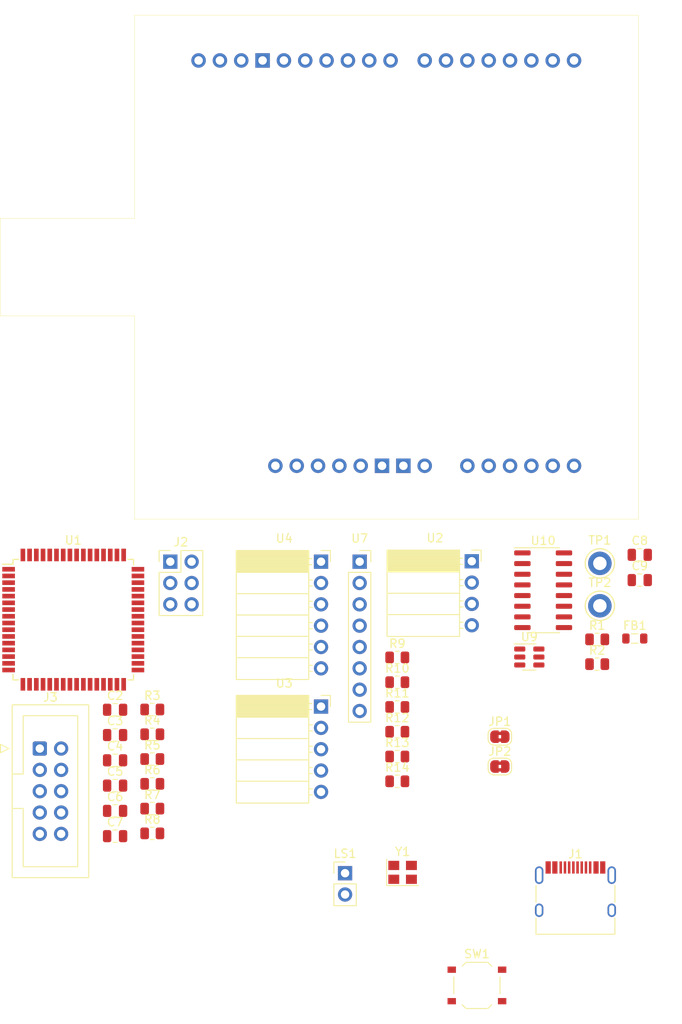
<source format=kicad_pcb>
(kicad_pcb (version 20221018) (generator pcbnew)
  (layers (0 "F.Cu" signal) (31 "B.Cu" signal) (34 "B.Paste" user) (35 "F.Paste" user) (36 "B.SilkS" user "B.Silkscreen") (37 "F.SilkS" user "F.Silkscreen") (38 "B.Mask" user) (39 "F.Mask" user) (44 "Edge.Cuts" user))
  (net 0 "")
  (net 1 "GND")
  (net 2 "Net-(U1-XTAL1)")
  (net 3 "Net-(U1-XTAL2)")
  (net 4 "Net-(U1-AREF)")
  (net 5 "/MCU/RST")
  (net 6 "+5V")
  (net 7 "Net-(U10-V3)")
  (net 8 "Net-(J1-SHIELD)")
  (net 9 "Net-(J2-MISO)")
  (net 10 "Net-(J2-SCK)")
  (net 11 "Net-(J2-MOSI)")
  (net 12 "/MCU/TCK")
  (net 13 "/MCU/TDO")
  (net 14 "/MCU/TMS")
  (net 17 "/MCU/TDI")
  (net 18 "Net-(J1-CC2)")
  (net 19 "Net-(J1-CC1)")
  (net 20 "/MCU/SCK")
  (net 21 "/MCU/UART0_RXD")
  (net 22 "/MCU/UART0_TXD")
  (net 23 "/Kit modules/K1-NC")
  (net 24 "/Kit modules/K1-NO")
  (net 25 "/Kit modules/K2-NC")
  (net 26 "/Kit modules/K2-NO")
  (net 27 "/Kit modules/SW")
  (net 28 "/Kit modules/Speaker_IN")
  (net 29 "Net-(C10-Pad1)")
  (net 30 "/Kit modules/Thermistor_DO")
  (net 33 "/Kit modules/RTC_SQW")
  (net 38 "/MCU/MOSI")
  (net 39 "/MCU/MISO")
  (net 46 "/Kit modules/I2C_SCL")
  (net 47 "/Kit modules/I2C_SDA")
  (net 48 "/MCU/RXD1")
  (net 49 "/MCU/TXD1")
  (net 74 "/Kit modules/LCD_AO")
  (net 75 "/Kit modules/Thermistor_AO")
  (net 76 "/Kit modules/A")
  (net 77 "/Kit modules/B")
  (net 90 "/ATmega328P module/MOSI")
  (net 91 "/ATmega328P module/MISO")
  (net 92 "/ATmega328P module/SCK")
  (net 115 "Net-(U10-UD+)")
  (net 116 "Net-(U10-UD-)")
  (net 117 "Net-(JP1-A)")
  (net 118 "Net-(JP2-A)")
  (net 128 "Net-(C10-Pad2)")
  (net 129 "Net-(F1-Pad1)")
  (net 132 "Net-(R3-Pad1)")
  (footprint "Capacitor_SMD:C_0805_2012Metric" (layer "F.Cu") (at -68.0225 95.31)
    (fp_text reference "C3" (at 0 -1.68) (layer "F.SilkS"))
    (fp_text value "22n")
    (pad "1" smd roundrect (at -0.95 0) (size 1 1.45) (layers "F.Cu" "F.Paste" "F.Mask") (net 1 "GND"))
    (pad "2" smd roundrect (at 0.95 0) (size 1 1.45) (layers "F.Cu" "F.Paste" "F.Mask") (net 3 "Net-(U1-XTAL2)"))
  )
  (footprint "Resistor_SMD:R_0805_2012Metric" (layer "F.Cu") (at -10.6225 86.87)
    (fp_text reference "R2" (at 0 -1.65) (layer "F.SilkS"))
    (fp_text value "5.1k")
    (pad "1" smd roundrect (at -0.9125 0) (size 1.025 1.4) (layers "F.Cu" "F.Paste" "F.Mask") (roundrect_rratio 0.243902) (net 19 "Net-(J1-CC1)"))
    (pad "2" smd roundrect (at 0.9125 0) (size 1.025 1.4) (layers "F.Cu" "F.Paste" "F.Mask") (roundrect_rratio 0.243902) (net 1 "GND"))
  )
  (footprint "Resistor_SMD:R_0805_2012Metric" (layer "F.Cu") (at -34.4225 89.02)
    (fp_text reference "R10" (at 0 -1.65) (layer "F.SilkS"))
    (fp_text value "10k")
    (pad "1" smd roundrect (at -0.9125 0) (size 1.025 1.4) (layers "F.Cu" "F.Paste" "F.Mask") (roundrect_rratio 0.243902) (net 6 "+5V"))
    (pad "2" smd roundrect (at 0.9125 0) (size 1.025 1.4) (layers "F.Cu" "F.Paste" "F.Mask") (roundrect_rratio 0.243902) (net 24 "/Kit modules/K1-NO"))
  )
  (footprint "Resistor_SMD:R_0805_2012Metric" (layer "F.Cu") (at -63.5925 104.07)
    (fp_text reference "R7" (at 0 -1.65) (layer "F.SilkS"))
    (fp_text value "330R")
    (pad "1" smd roundrect (at -0.9125 0) (size 1.025 1.4) (layers "F.Cu" "F.Paste" "F.Mask") (roundrect_rratio 0.243902) (net 22 "/MCU/UART0_TXD"))
    (pad "2" smd roundrect (at 0.9125 0) (size 1.025 1.4) (layers "F.Cu" "F.Paste" "F.Mask") (roundrect_rratio 0.243902) (net 9 "Net-(J2-MISO)"))
  )
  (footprint "Resistor_SMD:R_0805_2012Metric" (layer "F.Cu") (at -10.6225 83.92)
    (fp_text reference "R1" (at 0 -1.65) (layer "F.SilkS"))
    (fp_text value "5.1k")
    (pad "1" smd roundrect (at -0.9125 0) (size 1.025 1.4) (layers "F.Cu" "F.Paste" "F.Mask") (roundrect_rratio 0.243902) (net 18 "Net-(J1-CC2)"))
    (pad "2" smd roundrect (at 0.9125 0) (size 1.025 1.4) (layers "F.Cu" "F.Paste" "F.Mask") (roundrect_rratio 0.243902) (net 1 "GND"))
  )
  (footprint "Connector_USB:USB_C_Receptacle_HRO_TYPE-C-31-M-12" (layer "F.Cu") (at -13.21 115.125)
    (fp_text reference "J1" (at 0 -5.645) (layer "F.SilkS"))
    (fp_text value "USB_C_Receptacle_USB2.0")
    (pad "" np_thru_hole circle (at -2.89 -2.6) (size 0.65 0.65) (drill 0.65) (layers "*.Cu" "*.Mask"))
    (pad "" np_thru_hole circle (at 2.89 -2.6) (size 0.65 0.65) (drill 0.65) (layers "*.Cu" "*.Mask"))
    (pad "A1" smd rect (at -3.25 -4.045) (size 0.6 1.45) (layers "F.Cu" "F.Paste" "F.Mask") (net 1 "GND"))
    (pad "A4" smd rect (at -2.45 -4.045) (size 0.6 1.45) (layers "F.Cu" "F.Paste" "F.Mask") (net 129 "Net-(F1-Pad1)"))
    (pad "A5" smd rect (at -1.25 -4.045) (size 0.3 1.45) (layers "F.Cu" "F.Paste" "F.Mask") (net 19 "Net-(J1-CC1)"))
    (pad "A6" smd rect (at -0.25 -4.045) (size 0.3 1.45) (layers "F.Cu" "F.Paste" "F.Mask") (net 115 "Net-(U10-UD+)"))
    (pad "A7" smd rect (at 0.25 -4.045) (size 0.3 1.45) (layers "F.Cu" "F.Paste" "F.Mask") (net 116 "Net-(U10-UD-)"))
    (pad "A8" smd rect (at 1.25 -4.045) (size 0.3 1.45) (layers "F.Cu" "F.Paste" "F.Mask"))
    (pad "A9" smd rect (at 2.45 -4.045) (size 0.6 1.45) (layers "F.Cu" "F.Paste" "F.Mask") (net 129 "Net-(F1-Pad1)"))
    (pad "A12" smd rect (at 3.25 -4.045) (size 0.6 1.45) (layers "F.Cu" "F.Paste" "F.Mask") (net 1 "GND"))
    (pad "B1" smd rect (at 3.25 -4.045) (size 0.6 1.45) (layers "F.Cu" "F.Paste" "F.Mask") (net 1 "GND"))
    (pad "B4" smd rect (at 2.45 -4.045) (size 0.6 1.45) (layers "F.Cu" "F.Paste" "F.Mask") (net 129 "Net-(F1-Pad1)"))
    (pad "B5" smd rect (at 1.75 -4.045) (size 0.3 1.45) (layers "F.Cu" "F.Paste" "F.Mask") (net 18 "Net-(J1-CC2)"))
    (pad "B6" smd rect (at 0.75 -4.045) (size 0.3 1.45) (layers "F.Cu" "F.Paste" "F.Mask") (net 115 "Net-(U10-UD+)"))
    (pad "B7" smd rect (at -0.75 -4.045) (size 0.3 1.45) (layers "F.Cu" "F.Paste" "F.Mask") (net 116 "Net-(U10-UD-)"))
    (pad "B8" smd rect (at -1.75 -4.045) (size 0.3 1.45) (layers "F.Cu" "F.Paste" "F.Mask"))
    (pad "B9" smd rect (at -2.45 -4.045) (size 0.6 1.45) (layers "F.Cu" "F.Paste" "F.Mask") (net 129 "Net-(F1-Pad1)"))
    (pad "B12" smd rect (at -3.25 -4.045) (size 0.6 1.45) (layers "F.Cu" "F.Paste" "F.Mask") (net 1 "GND"))
    (pad "S1" thru_hole oval (at -4.32 -3.13) (size 1 2.1) (drill oval 0.6 1.7) (layers "*.Cu" "*.Mask") (net 8 "Net-(J1-SHIELD)"))
    (pad "S1" thru_hole oval (at -4.32 1.05) (size 1 1.6) (drill oval 0.6 1.2) (layers "*.Cu" "*.Mask") (net 8 "Net-(J1-SHIELD)"))
    (pad "S1" thru_hole oval (at 4.32 -3.13) (size 1 2.1) (drill oval 0.6 1.7) (layers "*.Cu" "*.Mask") (net 8 "Net-(J1-SHIELD)"))
    (pad "S1" thru_hole oval (at 4.32 1.05) (size 1 1.6) (drill oval 0.6 1.2) (layers "*.Cu" "*.Mask") (net 8 "Net-(J1-SHIELD)"))
  )
  (footprint "Package_TO_SOT_SMD:SOT-23-6" (layer "F.Cu") (at -18.7025 86.02)
    (fp_text reference "U9" (at 0 -2.4) (layer "F.SilkS"))
    (fp_text value "USBLC6-2SC6")
    (pad "1" smd roundrect (at -1.1375 -0.95) (size 1.325 0.6) (layers "F.Cu" "F.Paste" "F.Mask") (net 115 "Net-(U10-UD+)"))
    (pad "2" smd roundrect (at -1.1375 0) (size 1.325 0.6) (layers "F.Cu" "F.Paste" "F.Mask") (net 1 "GND"))
    (pad "3" smd roundrect (at -1.1375 0.95) (size 1.325 0.6) (layers "F.Cu" "F.Paste" "F.Mask") (net 116 "Net-(U10-UD-)"))
    (pad "4" smd roundrect (at 1.1375 0.95) (size 1.325 0.6) (layers "F.Cu" "F.Paste" "F.Mask") (net 116 "Net-(U10-UD-)"))
    (pad "5" smd roundrect (at 1.1375 0) (size 1.325 0.6) (layers "F.Cu" "F.Paste" "F.Mask") (net 6 "+5V"))
    (pad "6" smd roundrect (at 1.1375 -0.95) (size 1.325 0.6) (layers "F.Cu" "F.Paste" "F.Mask") (net 115 "Net-(U10-UD+)"))
  )
  (footprint "Package_QFP:TQFP-64_14x14mm_P0.8mm" (layer "F.Cu") (at -73.0025 81.57)
    (fp_text reference "U1" (at 0 -9.45) (layer "F.SilkS"))
    (fp_text value "ATmega2561-16A")
    (pad "1" smd rect (at -7.7 -6) (size 1.5 0.55) (layers "F.Cu" "F.Paste" "F.Mask") (net 30 "/Kit modules/Thermistor_DO"))
    (pad "2" smd rect (at -7.7 -5.2) (size 1.5 0.55) (layers "F.Cu" "F.Paste" "F.Mask") (net 21 "/MCU/UART0_RXD"))
    (pad "3" smd rect (at -7.7 -4.4) (size 1.5 0.55) (layers "F.Cu" "F.Paste" "F.Mask") (net 22 "/MCU/UART0_TXD"))
    (pad "4" smd rect (at -7.7 -3.6) (size 1.5 0.55) (layers "F.Cu" "F.Paste" "F.Mask"))
    (pad "5" smd rect (at -7.7 -2.8) (size 1.5 0.55) (layers "F.Cu" "F.Paste" "F.Mask"))
    (pad "6" smd rect (at -7.7 -2) (size 1.5 0.55) (layers "F.Cu" "F.Paste" "F.Mask") (net 33 "/Kit modules/RTC_SQW"))
    (pad "7" smd rect (at -7.7 -1.2) (size 1.5 0.55) (layers "F.Cu" "F.Paste" "F.Mask"))
    (pad "8" smd rect (at -7.7 -0.4) (size 1.5 0.55) (layers "F.Cu" "F.Paste" "F.Mask"))
    (pad "9" smd rect (at -7.7 0.4) (size 1.5 0.55) (layers "F.Cu" "F.Paste" "F.Mask"))
    (pad "10" smd rect (at -7.7 1.2) (size 1.5 0.55) (layers "F.Cu" "F.Paste" "F.Mask"))
    (pad "11" smd rect (at -7.7 2) (size 1.5 0.55) (layers "F.Cu" "F.Paste" "F.Mask") (net 20 "/MCU/SCK"))
    (pad "12" smd rect (at -7.7 2.8) (size 1.5 0.55) (layers "F.Cu" "F.Paste" "F.Mask") (net 38 "/MCU/MOSI"))
    (pad "13" smd rect (at -7.7 3.6) (size 1.5 0.55) (layers "F.Cu" "F.Paste" "F.Mask") (net 39 "/MCU/MISO"))
    (pad "14" smd rect (at -7.7 4.4) (size 1.5 0.55) (layers "F.Cu" "F.Paste" "F.Mask"))
    (pad "15" smd rect (at -7.7 5.2) (size 1.5 0.55) (layers "F.Cu" "F.Paste" "F.Mask"))
    (pad "16" smd rect (at -7.7 6) (size 1.5 0.55) (layers "F.Cu" "F.Paste" "F.Mask"))
    (pad "17" smd rect (at -6 7.7 90) (size 1.5 0.55) (layers "F.Cu" "F.Paste" "F.Mask"))
    (pad "18" smd rect (at -5.2 7.7 90) (size 1.5 0.55) (layers "F.Cu" "F.Paste" "F.Mask"))
    (pad "19" smd rect (at -4.4 7.7 90) (size 1.5 0.55) (layers "F.Cu" "F.Paste" "F.Mask"))
    (pad "20" smd rect (at -3.6 7.7 90) (size 1.5 0.55) (layers "F.Cu" "F.Paste" "F.Mask") (net 5 "/MCU/RST"))
    (pad "21" smd rect (at -2.8 7.7 90) (size 1.5 0.55) (layers "F.Cu" "F.Paste" "F.Mask") (net 6 "+5V"))
    (pad "22" smd rect (at -2 7.7 90) (size 1.5 0.55) (layers "F.Cu" "F.Paste" "F.Mask") (net 1 "GND"))
    (pad "23" smd rect (at -1.2 7.7 90) (size 1.5 0.55) (layers "F.Cu" "F.Paste" "F.Mask") (net 3 "Net-(U1-XTAL2)"))
    (pad "24" smd rect (at -0.4 7.7 90) (size 1.5 0.55) (layers "F.Cu" "F.Paste" "F.Mask") (net 2 "Net-(U1-XTAL1)"))
    (pad "25" smd rect (at 0.4 7.7 90) (size 1.5 0.55) (layers "F.Cu" "F.Paste" "F.Mask") (net 46 "/Kit modules/I2C_SCL"))
    (pad "26" smd rect (at 1.2 7.7 90) (size 1.5 0.55) (layers "F.Cu" "F.Paste" "F.Mask") (net 47 "/Kit modules/I2C_SDA"))
    (pad "27" smd rect (at 2 7.7 90) (size 1.5 0.55) (layers "F.Cu" "F.Paste" "F.Mask") (net 48 "/MCU/RXD1"))
    (pad "28" smd rect (at 2.8 7.7 90) (size 1.5 0.55) (layers "F.Cu" "F.Paste" "F.Mask") (net 49 "/MCU/TXD1"))
    (pad "29" smd rect (at 3.6 7.7 90) (size 1.5 0.55) (layers "F.Cu" "F.Paste" "F.Mask"))
    (pad "30" smd rect (at 4.4 7.7 90) (size 1.5 0.55) (layers "F.Cu" "F.Paste" "F.Mask"))
    (pad "31" smd rect (at 5.2 7.7 90) (size 1.5 0.55) (layers "F.Cu" "F.Paste" "F.Mask"))
    (pad "32" smd rect (at 6 7.7 90) (size 1.5 0.55) (layers "F.Cu" "F.Paste" "F.Mask"))
    (pad "33" smd rect (at 7.7 6) (size 1.5 0.55) (layers "F.Cu" "F.Paste" "F.Mask"))
    (pad "34" smd rect (at 7.7 5.2) (size 1.5 0.55) (layers "F.Cu" "F.Paste" "F.Mask"))
    (pad "35" smd rect (at 7.7 4.4) (size 1.5 0.55) (layers "F.Cu" "F.Paste" "F.Mask"))
    (pad "36" smd rect (at 7.7 3.6) (size 1.5 0.55) (layers "F.Cu" "F.Paste" "F.Mask"))
    (pad "37" smd rect (at 7.7 2.8) (size 1.5 0.55) (layers "F.Cu" "F.Paste" "F.Mask"))
    (pad "38" smd rect (at 7.7 2) (size 1.5 0.55) (layers "F.Cu" "F.Paste" "F.Mask"))
    (pad "39" smd rect (at 7.7 1.2) (size 1.5 0.55) (layers "F.Cu" "F.Paste" "F.Mask"))
    (pad "40" smd rect (at 7.7 0.4) (size 1.5 0.55) (layers "F.Cu" "F.Paste" "F.Mask"))
    (pad "41" smd rect (at 7.7 -0.4) (size 1.5 0.55) (layers "F.Cu" "F.Paste" "F.Mask"))
    (pad "42" smd rect (at 7.7 -1.2) (size 1.5 0.55) (layers "F.Cu" "F.Paste" "F.Mask"))
    (pad "43" smd rect (at 7.7 -2) (size 1.5 0.55) (layers "F.Cu" "F.Paste" "F.Mask") (net 28 "/Kit modules/Speaker_IN"))
    (pad "44" smd rect (at 7.7 -2.8) (size 1.5 0.55) (layers "F.Cu" "F.Paste" "F.Mask"))
    (pad "45" smd rect (at 7.7 -3.6) (size 1.5 0.55) (layers "F.Cu" "F.Paste" "F.Mask"))
    (pad "46" smd rect (at 7.7 -4.4) (size 1.5 0.55) (layers "F.Cu" "F.Paste" "F.Mask"))
    (pad "47" smd rect (at 7.7 -5.2) (size 1.5 0.55) (layers "F.Cu" "F.Paste" "F.Mask"))
    (pad "48" smd rect (at 7.7 -6) (size 1.5 0.55) (layers "F.Cu" "F.Paste" "F.Mask"))
    (pad "49" smd rect (at 6 -7.7 90) (size 1.5 0.55) (layers "F.Cu" "F.Paste" "F.Mask"))
    (pad "50" smd rect (at 5.2 -7.7 90) (size 1.5 0.55) (layers "F.Cu" "F.Paste" "F.Mask"))
    (pad "51" smd rect (at 4.4 -7.7 90) (size 1.5 0.55) (layers "F.Cu" "F.Paste" "F.Mask"))
    (pad "52" smd rect (at 3.6 -7.7 90) (size 1.5 0.55) (layers "F.Cu" "F.Paste" "F.Mask") (net 6 "+5V"))
    (pad "53" smd rect (at 2.8 -7.7 90) (size 1.5 0.55) (layers "F.Cu" "F.Paste" "F.Mask") (net 1 "GND"))
    (pad "54" smd rect (at 2 -7.7 90) (size 1.5 0.55) (layers "F.Cu" "F.Paste" "F.Mask") (net 17 "/MCU/TDI"))
    (pad "55" smd rect (at 1.2 -7.7 90) (size 1.5 0.55) (layers "F.Cu" "F.Paste" "F.Mask") (net 13 "/MCU/TDO"))
    (pad "56" smd rect (at 0.4 -7.7 90) (size 1.5 0.55) (layers "F.Cu" "F.Paste" "F.Mask") (net 14 "/MCU/TMS"))
    (pad "57" smd rect (at -0.4 -7.7 90) (size 1.5 0.55) (layers "F.Cu" "F.Paste" "F.Mask") (net 12 "/MCU/TCK"))
    (pad "58" smd rect (at -1.2 -7.7 90) (size 1.5 0.55) (layers "F.Cu" "F.Paste" "F.Mask"))
    (pad "59" smd rect (at -2 -7.7 90) (size 1.5 0.55) (layers "F.Cu" "F.Paste" "F.Mask"))
    (pad "60" smd rect (at -2.8 -7.7 90) (size 1.5 0.55) (layers "F.Cu" "F.Paste" "F.Mask") (net 74 "/Kit modules/LCD_AO"))
    (pad "61" smd rect (at -3.6 -7.7 90) (size 1.5 0.55) (layers "F.Cu" "F.Paste" "F.Mask") (net 75 "/Kit modules/Thermistor_AO"))
    (pad "62" smd rect (at -4.4 -7.7 90) (size 1.5 0.55) (layers "F.Cu" "F.Paste" "F.Mask") (net 4 "Net-(U1-AREF)"))
    (pad "63" smd rect (at -5.2 -7.7 90) (size 1.5 0.55) (layers "F.Cu" "F.Paste" "F.Mask") (net 1 "GND"))
    (pad "64" smd rect (at -6 -7.7 90) (size 1.5 0.55) (layers "F.Cu" "F.Paste" "F.Mask") (net 6 "+5V"))
  )
  (footprint "Capacitor_SMD:C_0805_2012Metric" (layer "F.Cu") (at -5.5525 76.86)
    (fp_text reference "C9" (at 0 -1.68) (layer "F.SilkS"))
    (fp_text value "100n")
    (pad "1" smd roundrect (at -0.95 0) (size 1 1.45) (layers "F.Cu" "F.Paste" "F.Mask") (net 6 "+5V"))
    (pad "2" smd roundrect (at 0.95 0) (size 1 1.45) (layers "F.Cu" "F.Paste" "F.Mask") (net 1 "GND"))
  )
  (footprint "Connector_PinHeader_2.54mm:PinHeader_2x03_P2.54mm_Vertical" (layer "F.Cu") (at -61.4525 74.67)
    (fp_text reference "J2" (at 1.27 -2.33) (layer "F.SilkS"))
    (fp_text value "AVR-ISP")
    (pad "1" thru_hole rect (at 0 0) (size 1.7 1.7) (drill 1) (layers "*.Cu" "*.Mask") (net 9 "Net-(J2-MISO)"))
    (pad "2" thru_hole oval (at 2.54 0) (size 1.7 1.7) (drill 1) (layers "*.Cu" "*.Mask") (net 6 "+5V"))
    (pad "3" thru_hole oval (at 0 2.54) (size 1.7 1.7) (drill 1) (layers "*.Cu" "*.Mask") (net 10 "Net-(J2-SCK)"))
    (pad "4" thru_hole oval (at 2.54 2.54) (size 1.7 1.7) (drill 1) (layers "*.Cu" "*.Mask") (net 11 "Net-(J2-MOSI)"))
    (pad "5" thru_hole oval (at 0 5.08) (size 1.7 1.7) (drill 1) (layers "*.Cu" "*.Mask") (net 5 "/MCU/RST"))
    (pad "6" thru_hole oval (at 2.54 5.08) (size 1.7 1.7) (drill 1) (layers "*.Cu" "*.Mask") (net 1 "GND"))
  )
  (footprint "Resistor_SMD:R_0805_2012Metric" (layer "F.Cu") (at -34.4225 100.82)
    (fp_text reference "R14" (at 0 -1.65) (layer "F.SilkS"))
    (fp_text value "200R")
    (pad "1" smd roundrect (at -0.9125 0) (size 1.025 1.4) (layers "F.Cu" "F.Paste" "F.Mask") (roundrect_rratio 0.243902) (net 28 "/Kit modules/Speaker_IN"))
    (pad "2" smd roundrect (at 0.9125 0) (size 1.025 1.4) (layers "F.Cu" "F.Paste" "F.Mask") (roundrect_rratio 0.243902) (net 29 "Net-(C10-Pad1)"))
  )
  (footprint "Resistor_SMD:R_0805_2012Metric" (layer "F.Cu") (at -63.5925 98.17)
    (fp_text reference "R5" (at 0 -1.65) (layer "F.SilkS"))
    (fp_text value "330R")
    (pad "1" smd roundrect (at -0.9125 0) (size 1.025 1.4) (layers "F.Cu" "F.Paste" "F.Mask") (roundrect_rratio 0.243902) (net 20 "/MCU/SCK"))
    (pad "2" smd roundrect (at 0.9125 0) (size 1.025 1.4) (layers "F.Cu" "F.Paste" "F.Mask") (roundrect_rratio 0.243902) (net 10 "Net-(J2-SCK)"))
  )
  (footprint "TestPoint:TestPoint_Keystone_5005-5009_Compact" (layer "F.Cu") (at -10.3025 79.92)
    (fp_text reference "TP2" (at 0 -2.75) (layer "F.SilkS"))
    (fp_text value "TestPoint")
    (pad "1" thru_hole circle (at 0 0) (size 2.8 2.8) (drill 1.6) (layers "*.Cu" "*.Mask") (net 1 "GND"))
  )
  (footprint "Resistor_SMD:R_0805_2012Metric" (layer "F.Cu") (at -63.5925 107.02)
    (fp_text reference "R8" (at 0 -1.65) (layer "F.SilkS"))
    (fp_text value "1M")
    (pad "1" smd roundrect (at -0.9125 0) (size 1.025 1.4) (layers "F.Cu" "F.Paste" "F.Mask") (roundrect_rratio 0.243902) (net 2 "Net-(U1-XTAL1)"))
    (pad "2" smd roundrect (at 0.9125 0) (size 1.025 1.4) (layers "F.Cu" "F.Paste" "F.Mask") (roundrect_rratio 0.243902) (net 3 "Net-(U1-XTAL2)"))
  )
  (footprint "Connector_PinSocket_2.54mm:PinSocket_1x06_P2.54mm_Horizontal" (layer "F.Cu") (at -43.5025 74.67)
    (fp_text reference "U4" (at -4.38 -2.77) (layer "F.SilkS"))
    (fp_text value "RTC_EEPROM_module")
    (pad "1" thru_hole rect (at 0 0) (size 1.7 1.7) (drill 1) (layers "*.Cu" "*.Mask") (net 33 "/Kit modules/RTC_SQW"))
    (pad "2" thru_hole oval (at 0 2.54) (size 1.7 1.7) (drill 1) (layers "*.Cu" "*.Mask"))
    (pad "3" thru_hole oval (at 0 5.08) (size 1.7 1.7) (drill 1) (layers "*.Cu" "*.Mask") (net 46 "/Kit modules/I2C_SCL"))
    (pad "4" thru_hole oval (at 0 7.62) (size 1.7 1.7) (drill 1) (layers "*.Cu" "*.Mask") (net 47 "/Kit modules/I2C_SDA"))
    (pad "5" thru_hole oval (at 0 10.16) (size 1.7 1.7) (drill 1) (layers "*.Cu" "*.Mask") (net 6 "+5V"))
    (pad "6" thru_hole oval (at 0 12.7) (size 1.7 1.7) (drill 1) (layers "*.Cu" "*.Mask") (net 1 "GND"))
  )
  (footprint "Resistor_SMD:R_0805_2012Metric" (layer "F.Cu") (at -34.4225 94.92)
    (fp_text reference "R12" (at 0 -1.65) (layer "F.SilkS"))
    (fp_text value "10k")
    (pad "1" smd roundrect (at -0.9125 0) (size 1.025 1.4) (layers "F.Cu" "F.Paste" "F.Mask") (roundrect_rratio 0.243902) (net 6 "+5V"))
    (pad "2" smd roundrect (at 0.9125 0) (size 1.025 1.4) (layers "F.Cu" "F.Paste" "F.Mask") (roundrect_rratio 0.243902) (net 26 "/Kit modules/K2-NO"))
  )
  (footprint "Connector_PinSocket_2.54mm:PinSocket_1x08_P2.54mm_Vertical" (layer "F.Cu") (at -38.9025 74.67)
    (fp_text reference "U7" (at 0 -2.77) (layer "F.SilkS"))
    (fp_text value "Matrix_keyboard")
    (pad "1" thru_hole rect (at 0 0) (size 1.7 1.7) (drill 1) (layers "*.Cu" "*.Mask"))
    (pad "2" thru_hole oval (at 0 2.54) (size 1.7 1.7) (drill 1) (layers "*.Cu" "*.Mask"))
    (pad "3" thru_hole oval (at 0 5.08) (size 1.7 1.7) (drill 1) (layers "*.Cu" "*.Mask"))
    (pad "4" thru_hole oval (at 0 7.62) (size 1.7 1.7) (drill 1) (layers "*.Cu" "*.Mask"))
    (pad "5" thru_hole oval (at 0 10.16) (size 1.7 1.7) (drill 1) (layers "*.Cu" "*.Mask"))
    (pad "6" thru_hole oval (at 0 12.7) (size 1.7 1.7) (drill 1) (layers "*.Cu" "*.Mask"))
    (pad "7" thru_hole oval (at 0 15.24) (size 1.7 1.7) (drill 1) (layers "*.Cu" "*.Mask"))
    (pad "8" thru_hole oval (at 0 17.78) (size 1.7 1.7) (drill 1) (layers "*.Cu" "*.Mask"))
  )
  (footprint "Resistor_SMD:R_0805_2012Metric" (layer "F.Cu") (at -63.5925 101.12)
    (fp_text reference "R6" (at 0 -1.65) (layer "F.SilkS"))
    (fp_text value "330R")
    (pad "1" smd roundrect (at -0.9125 0) (size 1.025 1.4) (layers "F.Cu" "F.Paste" "F.Mask") (roundrect_rratio 0.243902) (net 21 "/MCU/UART0_RXD"))
    (pad "2" smd roundrect (at 0.9125 0) (size 1.025 1.4) (layers "F.Cu" "F.Paste" "F.Mask") (roundrect_rratio 0.243902) (net 11 "Net-(J2-MOSI)"))
  )
  (footprint "Connector_PinSocket_2.54mm:PinSocket_1x04_P2.54mm_Horizontal" (layer "F.Cu") (at -25.5525 74.62)
    (fp_text reference "U2" (at -4.38 -2.77) (layer "F.SilkS"))
    (fp_text value "Thermistor_module")
    (pad "1" thru_hole rect (at 0 0) (size 1.7 1.7) (drill 1) (layers "*.Cu" "*.Mask") (net 75 "/Kit modules/Thermistor_AO"))
    (pad "2" thru_hole oval (at 0 2.54) (size 1.7 1.7) (drill 1) (layers "*.Cu" "*.Mask") (net 1 "GND"))
    (pad "3" thru_hole oval (at 0 5.08) (size 1.7 1.7) (drill 1) (layers "*.Cu" "*.Mask") (net 6 "+5V"))
    (pad "4" thru_hole oval (at 0 7.62) (size 1.7 1.7) (drill 1) (layers "*.Cu" "*.Mask") (net 30 "/Kit modules/Thermistor_DO"))
  )
  (footprint "Resistor_SMD:R_0805_2012Metric" (layer "F.Cu") (at -34.4225 91.97)
    (fp_text reference "R11" (at 0 -1.65) (layer "F.SilkS"))
    (fp_text value "10k")
    (pad "1" smd roundrect (at -0.9125 0) (size 1.025 1.4) (layers "F.Cu" "F.Paste" "F.Mask") (roundrect_rratio 0.243902) (net 6 "+5V"))
    (pad "2" smd roundrect (at 0.9125 0) (size 1.025 1.4) (layers "F.Cu" "F.Paste" "F.Mask") (roundrect_rratio 0.243902) (net 25 "/Kit modules/K2-NC"))
  )
  (footprint "Capacitor_SMD:C_0805_2012Metric" (layer "F.Cu") (at -68.0225 107.35)
    (fp_text reference "C7" (at 0 -1.68) (layer "F.SilkS"))
    (fp_text value "100n")
    (pad "1" smd roundrect (at -0.95 0) (size 1 1.45) (layers "F.Cu" "F.Paste" "F.Mask") (net 6 "+5V"))
    (pad "2" smd roundrect (at 0.95 0) (size 1 1.45) (layers "F.Cu" "F.Paste" "F.Mask") (net 1 "GND"))
  )
  (footprint "Package_SO:SOIC-16_3.9x9.9mm_P1.27mm" (layer "F.Cu") (at -17.0525 78.07)
    (fp_text reference "U10" (at 0 -5.9) (layer "F.SilkS"))
    (fp_text value "CH340C")
    (pad "1" smd roundrect (at -2.475 -4.445) (size 1.95 0.6) (layers "F.Cu" "F.Paste" "F.Mask") (net 1 "GND"))
    (pad "2" smd roundrect (at -2.475 -3.175) (size 1.95 0.6) (layers "F.Cu" "F.Paste" "F.Mask") (net 117 "Net-(JP1-A)"))
    (pad "3" smd roundrect (at -2.475 -1.905) (size 1.95 0.6) (layers "F.Cu" "F.Paste" "F.Mask") (net 118 "Net-(JP2-A)"))
    (pad "4" smd roundrect (at -2.475 -0.635) (size 1.95 0.6) (layers "F.Cu" "F.Paste" "F.Mask") (net 7 "Net-(U10-V3)"))
    (pad "5" smd roundrect (at -2.475 0.635) (size 1.95 0.6) (layers "F.Cu" "F.Paste" "F.Mask") (net 115 "Net-(U10-UD+)"))
    (pad "6" smd roundrect (at -2.475 1.905) (size 1.95 0.6) (layers "F.Cu" "F.Paste" "F.Mask") (net 116 "Net-(U10-UD-)"))
    (pad "7" smd roundrect (at -2.475 3.175) (size 1.95 0.6) (layers "F.Cu" "F.Paste" "F.Mask"))
    (pad "8" smd roundrect (at -2.475 4.445) (size 1.95 0.6) (layers "F.Cu" "F.Paste" "F.Mask"))
    (pad "9" smd roundrect (at 2.475 4.445) (size 1.95 0.6) (layers "F.Cu" "F.Paste" "F.Mask"))
    (pad "10" smd roundrect (at 2.475 3.175) (size 1.95 0.6) (layers "F.Cu" "F.Paste" "F.Mask"))
    (pad "11" smd roundrect (at 2.475 1.905) (size 1.95 0.6) (layers "F.Cu" "F.Paste" "F.Mask"))
    (pad "12" smd roundrect (at 2.475 0.635) (size 1.95 0.6) (layers "F.Cu" "F.Paste" "F.Mask"))
    (pad "13" smd roundrect (at 2.475 -0.635) (size 1.95 0.6) (layers "F.Cu" "F.Paste" "F.Mask"))
    (pad "14" smd roundrect (at 2.475 -1.905) (size 1.95 0.6) (layers "F.Cu" "F.Paste" "F.Mask"))
    (pad "15" smd roundrect (at 2.475 -3.175) (size 1.95 0.6) (layers "F.Cu" "F.Paste" "F.Mask"))
    (pad "16" smd roundrect (at 2.475 -4.445) (size 1.95 0.6) (layers "F.Cu" "F.Paste" "F.Mask") (net 6 "+5V"))
  )
  (footprint "Capacitor_SMD:C_0805_2012Metric" (layer "F.Cu") (at -68.0225 92.3)
    (fp_text reference "C2" (at 0 -1.68) (layer "F.SilkS"))
    (fp_text value "22n")
    (pad "1" smd roundrect (at -0.95 0) (size 1 1.45) (layers "F.Cu" "F.Paste" "F.Mask") (net 1 "GND"))
    (pad "2" smd roundrect (at 0.95 0) (size 1 1.45) (layers "F.Cu" "F.Paste" "F.Mask") (net 2 "Net-(U1-XTAL1)"))
  )
  (footprint "Resistor_SMD:R_0805_2012Metric" (layer "F.Cu") (at -63.5925 92.27)
    (fp_text reference "R3" (at 0 -1.65) (layer "F.SilkS"))
    (fp_text value "330R")
    (pad "1" smd roundrect (at -0.9125 0) (size 1.025 1.4) (layers "F.Cu" "F.Paste" "F.Mask") (roundrect_rratio 0.243902) (net 132 "Net-(R3-Pad1)"))
    (pad "2" smd roundrect (at 0.9125 0) (size 1.025 1.4) (layers "F.Cu" "F.Paste" "F.Mask") (roundrect_rratio 0.243902) (net 5 "/MCU/RST"))
  )
  (footprint "Jumper:SolderJumper-2_P1.3mm_Bridged2Bar_RoundedPad1.0x1.5mm" (layer "F.Cu") (at -22.21 99.06)
    (fp_text reference "JP2" (at 0 -1.8) (layer "F.SilkS"))
    (fp_text value "SolderJumper_2_Bridged")
    (fp_poly (pts (xy -0.25 -0.6) (xy 0.25 -0.6) (xy 0.25 -0.2) (xy -0.25 -0.2)) (fill solid) (layer "F.Cu"))
    (fp_poly (pts (xy -0.25 0.2) (xy 0.25 0.2) (xy 0.25 0.6) (xy -0.25 0.6)) (fill solid) (layer "F.Cu"))
    (pad "1" smd custom (at -0.65 0) (size 1 0.5) (layers "F.Cu" "F.Mask") (net 118 "Net-(JP2-A)") (options (clearance outline) (anchor rect)) (primitives (gr_circle (center 0 0.25) (end 0.5 0.25) (width 0) (fill yes)) (gr_circle (center 0 -0.25) (end 0.5 -0.25) (width 0) (fill yes)) (gr_poly (pts (xy 0.5 0.75) (xy 0 0.75) (xy 0 -0.75) (xy 0.5 -0.75)) (width 0) (fill yes))))
    (pad "2" smd custom (at 0.65 0) (size 1 0.5) (layers "F.Cu" "F.Mask") (net 21 "/MCU/UART0_RXD") (options (clearance outline) (anchor rect)) (primitives (gr_circle (center 0 0.25) (end 0.5 0.25) (width 0) (fill yes)) (gr_circle (center 0 -0.25) (end 0.5 -0.25) (width 0) (fill yes)) (gr_poly (pts (xy 0 0.75) (xy -0.5 0.75) (xy -0.5 -0.75) (xy 0 -0.75)) (width 0) (fill yes))))
  )
  (footprint "Capacitor_SMD:C_0805_2012Metric" (layer "F.Cu") (at -5.5525 73.85)
    (fp_text reference "C8" (at 0 -1.68) (layer "F.SilkS"))
    (fp_text value "100n")
    (pad "1" smd roundrect (at -0.95 0) (size 1 1.45) (layers "F.Cu" "F.Paste" "F.Mask") (net 7 "Net-(U10-V3)"))
    (pad "2" smd roundrect (at 0.95 0) (size 1 1.45) (layers "F.Cu" "F.Paste" "F.Mask") (net 1 "GND"))
  )
  (footprint "Inductor_SMD:L_0805_2012Metric" (layer "F.Cu") (at -6.1425 83.82)
    (fp_text reference "FB1" (at 0 -1.55) (layer "F.SilkS"))
    (fp_text value "100R@100MHz")
    (pad "1" smd roundrect (at -1.0625 0) (size 0.875 1.2) (layers "F.Cu" "F.Paste" "F.Mask") (net 8 "Net-(J1-SHIELD)"))
    (pad "2" smd roundrect (at 1.0625 0) (size 0.875 1.2) (layers "F.Cu" "F.Paste" "F.Mask") (net 1 "GND"))
  )
  (footprint "Resistor_SMD:R_0805_2012Metric" (layer "F.Cu") (at -63.5925 95.22)
    (fp_text reference "R4" (at 0 -1.65) (layer "F.SilkS"))
    (fp_text value "4.7k")
    (pad "1" smd roundrect (at -0.9125 0) (size 1.025 1.4) (layers "F.Cu" "F.Paste" "F.Mask") (roundrect_rratio 0.243902) (net 6 "+5V"))
    (pad "2" smd roundrect (at 0.9125 0) (size 1.025 1.4) (layers "F.Cu" "F.Paste" "F.Mask") (roundrect_rratio 0.243902) (net 5 "/MCU/RST"))
  )
  (footprint "Oscillator:Oscillator_SMD_Abracon_ASE-4Pin_3.2x2.5mm" (layer "F.Cu") (at -33.79 111.66)
    (fp_text reference "Y1" (at 0 -2.45) (layer "F.SilkS"))
    (fp_text value "X322516MLB4SI")
    (pad "1" smd rect (at -1.05 0.825) (size 1.3 1.1) (layers "F.Cu" "F.Paste" "F.Mask") (net 2 "Net-(U1-XTAL1)"))
    (pad "2" smd rect (at 1.05 0.825) (size 1.3 1.1) (layers "F.Cu" "F.Paste" "F.Mask") (net 1 "GND"))
    (pad "3" smd rect (at 1.05 -0.825) (size 1.3 1.1) (layers "F.Cu" "F.Paste" "F.Mask") (net 3 "Net-(U1-XTAL2)"))
    (pad "4" smd rect (at -1.05 -0.825) (size 1.3 1.1) (layers "F.Cu" "F.Paste" "F.Mask") (net 1 "GND"))
  )
  (footprint "Jumper:SolderJumper-2_P1.3mm_Bridged2Bar_RoundedPad1.0x1.5mm" (layer "F.Cu") (at -22.21 95.51)
    (fp_text reference "JP1" (at 0 -1.8) (layer "F.SilkS"))
    (fp_text value "SolderJumper_2_Bridged")
    (fp_poly (pts (xy -0.25 -0.6) (xy 0.25 -0.6) (xy 0.25 -0.2) (xy -0.25 -0.2)) (fill solid) (layer "F.Cu"))
    (fp_poly (pts (xy -0.25 0.2) (xy 0.25 0.2) (xy 0.25 0.6) (xy -0.25 0.6)) (fill solid) (layer "F.Cu"))
    (pad "1" smd custom (at -0.65 0) (size 1 0.5) (layers "F.Cu" "F.Mask") (net 117 "Net-(JP1-A)") (options (clearance outline) (anchor rect)) (primitives (gr_circle (center 0 0.25) (end 0.5 0.25) (width 0) (fill yes)) (gr_circle (center 0 -0.25) (end 0.5 -0.25) (width 0) (fill yes)) (gr_poly (pts (xy 0.5 0.75) (xy 0 0.75) (xy 0 -0.75) (xy 0.5 -0.75)) (width 0) (fill yes))))
    (pad "2" smd custom (at 0.65 0) (size 1 0.5) (layers "F.Cu" "F.Mask") (net 22 "/MCU/UART0_TXD") (options (clearance outline) (anchor rect)) (primitives (gr_circle (center 0 0.25) (end 0.5 0.25) (width 0) (fill yes)) (gr_circle (center 0 -0.25) (end 0.5 -0.25) (width 0) (fill yes)) (gr_poly (pts (xy 0 0.75) (xy -0.5 0.75) (xy -0.5 -0.75) (xy 0 -0.75)) (width 0) (fill yes))))
  )
  (footprint "Resistor_SMD:R_0805_2012Metric" (layer "F.Cu") (at -34.4225 97.87)
    (fp_text reference "R13" (at 0 -1.65) (layer "F.SilkS"))
    (fp_text value "10k")
    (pad "1" smd roundrect (at -0.9125 0) (size 1.025 1.4) (layers "F.Cu" "F.Paste" "F.Mask") (roundrect_rratio 0.243902) (net 6 "+5V"))
    (pad "2" smd roundrect (at 0.9125 0) (size 1.025 1.4) (layers "F.Cu" "F.Paste" "F.Mask") (roundrect_rratio 0.243902) (net 27 "/Kit modules/SW"))
  )
  (footprint "Capacitor_SMD:C_0805_2012Metric" (layer "F.Cu") (at -68.0225 104.34)
    (fp_text reference "C6" (at 0 -1.68) (layer "F.SilkS"))
    (fp_text value "100n")
    (pad "1" smd roundrect (at -0.95 0) (size 1 1.45) (layers "F.Cu" "F.Paste" "F.Mask") (net 6 "+5V"))
    (pad "2" smd roundrect (at 0.95 0) (size 1 1.45) (layers "F.Cu" "F.Paste" "F.Mask") (net 1 "GND"))
  )
  (footprint "kit_modules:ATmega328P_Xplained_Mini" (layer "F.Cu") (at -65.7025 69.6)
    (fp_text reference "U5" hide)
    (fp_text value "ATmega328P_Xplained_Mini")
    (pad "" np_thru_hole circle (at 2.54 -57.46) (size 3.2 3.2) (drill 3.2) (layers "F&B.Cu" "*.Mask"))
    (pad "" np_thru_hole circle (at 2.54 -2.54) (size 3.2 3.2) (drill 3.2) (layers "F&B.Cu" "*.Mask"))
    (pad "" np_thru_hole circle (at 57.46 -57.46) (size 3.2 3.2) (drill 3.2) (layers "F&B.Cu" "*.Mask"))
    (pad "" np_thru_hole circle (at 57.46 -2.54) (size 3.2 3.2) (drill 3.2) (layers "F&B.Cu" "*.Mask"))
    (pad "1" thru_hole oval (at 52.324 -54.61) (size 1.7272 1.7272) (drill 1.016) (layers "*.Cu" "*.Mask"))
    (pad "2" thru_hole oval (at 49.784 -54.61) (size 1.7272 1.7272) (drill 1.016) (layers "*.Cu" "*.Mask"))
    (pad "3" thru_hole oval (at 47.244 -54.61) (size 1.7272 1.7272) (drill 1.016) (layers "*.Cu" "*.Mask"))
    (pad "4" thru_hole oval (at 44.704 -54.61) (size 1.7272 1.7272) (drill 1.016) (layers "*.Cu" "*.Mask"))
    (pad "5" thru_hole oval (at 42.164 -54.61) (size 1.7272 1.7272) (drill 1.016) (layers "*.Cu" "*.Mask"))
    (pad "6" thru_hole oval (at 39.624 -54.61) (size 1.7272 1.7272) (drill 1.016) (layers "*.Cu" "*.Mask"))
    (pad "7" thru_hole oval (at 37.084 -54.61) (size 1.7272 1.7272) (drill 1.016) (layers "*.Cu" "*.Mask"))
    (pad "8" thru_hole oval (at 34.544 -54.61) (size 1.7272 1.7272) (drill 1.016) (layers "*.Cu" "*.Mask"))
    (pad "9" thru_hole oval (at 30.48 -54.61) (size 1.7272 1.7272) (drill 1.016) (layers "*.Cu" "*.Mask"))
    (pad "10" thru_hole oval (at 27.94 -54.61) (size 1.7272 1.7272) (drill 1.016) (layers "*.Cu" "*.Mask"))
    (pad "11" thru_hole oval (at 25.4 -54.61) (size 1.7272 1.7272) (drill 1.016) (layers "*.Cu" "*.Mask"))
    (pad "12" thru_hole oval (at 22.86 -54.61) (size 1.7272 1.7272) (drill 1.016) (layers "*.Cu" "*.Mask") (net 90 "/ATmega328P module/MOSI"))
    (pad "13" thru_hole oval (at 20.32 -54.61) (size 1.7272 1.7272) (drill 1.016) (layers "*.Cu" "*.Mask") (net 91 "/ATmega328P module/MISO"))
    (pad "14" thru_hole oval (at 17.78 -54.61) (size 1.7272 1.7272) (drill 1.016) (layers "*.Cu" "*.Mask") (net 92 "/ATmega328P module/SCK"))
    (pad "15" thru_hole rect (at 15.24 -54.61) (size 1.7272 1.7272) (drill 1.016) (layers "*.Cu" "*.Mask") (net 1 "GND"))
    (pad "16" thru_hole oval (at 12.7 -54.61) (size 1.7272 1.7272) (drill 1.016) (layers "*.Cu" "*.Mask"))
    (pad "17" thru_hole oval (at 10.16 -54.61) (size 1.7272 1.7272) (drill 1.016) (layers "*.Cu" "*.Mask"))
    (pad "18" thru_hole oval (at 7.62 -54.61) (size 1.7272 1.7272) (drill 1.016) (layers "*.Cu" "*.Mask"))
    (pad "19" thru_hole oval (at 16.764 -6.35) (size 1.7272 1.7272) (drill 1.016) (layers "*.Cu" "*.Mask"))
    (pad "20" thru_hole oval (at 19.304 -6.35) (size 1.7272 1.7272) (drill 1.016) (layers "*.Cu" "*.Mask") (net 6 "+5V"))
    (pad "21" thru_hole oval (at 21.844 -6.35) (size 1.7272 1.7272) (drill 1.016) (layers "*.Cu" "*.Mask"))
    (pad "22" thru_hole oval (at 24.384 -6.35) (size 1.7272 1.7272) (drill 1.016) (layers "*.Cu" "*.Mask"))
    (pad "23" thru_hole oval (at 26.924 -6.35) (size 1.7272 1.7272) (drill 1.016) (layers "*.Cu" "*.Mask") (net 6 "+5V"))
    (pad "24" thru_hole rect (at 29.464 -6.35) (size 1.7272 1.7272) (drill 1.016) (layers "*.Cu" "*.Mask"))
    (pad "25" thru_hole rect (at 32.004 -6.35) (size 1.7272 1.7272) (drill 1.016) (layers "*.Cu" "*.Mask") (net 1 "GND"))
    (pad "26" thru_hole oval (at 34.544 -6.35) (size 1.7272 1.7272) (drill 1.016) (layers "*.Cu" "*.Mask"))
    (pad "27" thru_hole oval (at 39.624 -6.35) (size 1.7272 1.7272) (drill 1.016) (layers "*.Cu" "*.Mask"))
    (pad "28" thru_hole oval (at 42.164 -6.35) (size 1.7272 1.7272) (drill 1.016) (layers "*.Cu" "*.Mask"))
    (pad "29" thru_hole oval (at 44.704 -6.35) (size 1.7272 1.7272) (drill 1.016) (layers "*.Cu" "*.Mask"))
    (pad "30" thru_hole oval (at 47.244 -6.35) (size 1.7272 1.7272) (drill 1.016) (layers "*.Cu" "*.Mask"))
    (pad "31" thru_hole oval (at 49.784 -6.35) (size 1.7272 1.7272) (drill 1.016) (layers "*.Cu" "*.Mask"))
    (pad "32" thru_hole oval (at 52.324 -6.35) (size 1.7272 1.7272) (drill 1.016) (layers "*.Cu" "*.Mask"))
  )
  (footprint "Capacitor_SMD:C_0805_2012Metric" (layer "F.Cu") (at -68.0225 98.32)
    (fp_text reference "C4" (at 0 -1.68) (layer "F.SilkS"))
    (fp_text value "100n")
    (pad "1" smd roundrect (at -0.95 0) (size 1 1.45) (layers "F.Cu" "F.Paste" "F.Mask") (net 4 "Net-(U1-AREF)"))
    (pad "2" smd roundrect (at 0.95 0) (size 1 1.45) (layers "F.Cu" "F.Paste" "F.Mask") (net 1 "GND"))
  )
  (footprint "Connector_PinHeader_2.54mm:PinHeader_1x02_P2.54mm_Vertical" (layer "F.Cu") (at -40.64 111.76)
    (fp_text reference "LS1" (at 0 -2.33) (layer "F.SilkS"))
    (fp_text value "Speaker")
    (pad "1" thru_hole rect (at 0 0) (size 1.7 1.7) (drill 1) (layers "*.Cu" "*.Mask") (net 128 "Net-(C10-Pad2)"))
    (pad "2" thru_hole oval (at 0 2.54) (size 1.7 1.7) (drill 1) (layers "*.Cu" "*.Mask") (net 1 "GND"))
  )
  (footprint "TestPoint:TestPoint_Keystone_5005-5009_Compact" (layer "F.Cu") (at -10.3025 74.87)
    (fp_text reference "TP1" (at 0 -2.75) (layer "F.SilkS"))
    (fp_text value "TestPoint")
    (pad "1" thru_hole circle (at 0 0) (size 2.8 2.8) (drill 1.6) (layers "*.Cu" "*.Mask") (net 6 "+5V"))
  )
  (footprint "Capacitor_SMD:C_0805_2012Metric" (layer "F.Cu") (at -68.0225 101.33)
    (fp_text reference "C5" (at 0 -1.68) (layer "F.SilkS"))
    (fp_text value "100n")
    (pad "1" smd roundrect (at -0.95 0) (size 1 1.45) (layers "F.Cu" "F.Paste" "F.Mask") (net 5 "/MCU/RST"))
    (pad "2" smd roundrect (at 0.95 0) (size 1 1.45) (layers "F.Cu" "F.Paste" "F.Mask") (net 1 "GND"))
  )
  (footprint "Connector_IDC:IDC-Header_2x05_P2.54mm_Vertical" (layer "F.Cu") (at -76.9875 96.92)
    (fp_text reference "J3" (at 1.27 -6.1) (layer "F.SilkS"))
    (fp_text value "AVR-JTAG")
    (pad "1" thru_hole roundrect (at 0 0) (size 1.7 1.7) (drill 1) (layers "*.Cu" "*.Mask") (roundrect_rratio 0.147059) (net 12 "/MCU/TCK"))
    (pad "2" thru_hole circle (at 2.54 0) (size 1.7 1.7) (drill 1) (layers "*.Cu" "*.Mask") (net 1 "GND"))
    (pad "3" thru_hole circle (at 0 2.54) (size 1.7 1.7) (drill 1) (layers "*.Cu" "*.Mask") (net 13 "/MCU/TDO"))
    (pad "4" thru_hole circle (at 2.54 2.54) (size 1.7 1.7) (drill 1) (layers "*.Cu" "*.Mask") (net 6 "+5V"))
    (pad "5" thru_hole circle (at 0 5.08) (size 1.7 1.7) (drill 1) (layers "*.Cu" "*.Mask") (net 14 "/MCU/TMS"))
    (pad "6" thru_hole circle (at 2.54 5.08) (size 1.7 1.7) (drill 1) (layers "*.Cu" "*.Mask"))
    (pad "7" thru_hole circle (at 0 7.62) (size 1.7 1.7) (drill 1) (layers "*.Cu" "*.Mask") (net 6 "+5V"))
    (pad "8" thru_hole circle (at 2.54 7.62) (size 1.7 1.7) (drill 1) (layers "*.Cu" "*.Mask"))
    (pad "9" thru_hole circle (at 0 10.16) (size 1.7 1.7) (drill 1) (layers "*.Cu" "*.Mask") (net 17 "/MCU/TDI"))
    (pad "10" thru_hole circle (at 2.54 10.16) (size 1.7 1.7) (drill 1) (layers "*.Cu" "*.Mask") (net 1 "GND"))
  )
  (footprint "Connector_PinSocket_2.54mm:PinSocket_1x05_P2.54mm_Horizontal" (layer "F.Cu") (at -43.5025 91.92)
    (fp_text reference "U3" (at -4.38 -2.77) (layer "F.SilkS"))
    (fp_text value "Rotary_encoder_switch_module")
    (pad "1" thru_hole rect (at 0 0) (size 1.7 1.7) (drill 1) (layers "*.Cu" "*.Mask") (net 76 "/Kit modules/A"))
    (pad "2" thru_hole oval (at 0 2.54) (size 1.7 1.7) (drill 1) (layers "*.Cu" "*.Mask") (net 77 "/Kit modules/B"))
    (pad "3" thru_hole oval (at 0 5.08) (size 1.7 1.7) (drill 1) (layers "*.Cu" "*.Mask") (net 27 "/Kit modules/SW"))
    (pad "4" thru_hole oval (at 0 7.62) (size 1.7 1.7) (drill 1) (layers "*.Cu" "*.Mask") (net 6 "+5V"))
    (pad "5" thru_hole oval (at 0 10.16) (size 1.7 1.7) (drill 1) (layers "*.Cu" "*.Mask") (net 1 "GND"))
  )
  (footprint "Resistor_SMD:R_0805_2012Metric" (layer "F.Cu") (at -34.4225 86.07)
    (fp_text reference "R9" (at 0 -1.65) (layer "F.SilkS"))
    (fp_text value "10k")
    (pad "1" smd roundrect (at -0.9125 0) (size 1.025 1.4) (layers "F.Cu" "F.Paste" "F.Mask") (roundrect_rratio 0.243902) (net 6 "+5V"))
    (pad "2" smd roundrect (at 0.9125 0) (size 1.025 1.4) (layers "F.Cu" "F.Paste" "F.Mask") (roundrect_rratio 0.243902) (net 23 "/Kit modules/K1-NC"))
  )
  (footprint "Button_Switch_SMD:SW_Push_1P1T_XKB_TS-1187A" (layer "F.Cu") (at -24.94 125.125)
    (fp_text reference "SW1" (at 0 -3.75) (layer "F.SilkS"))
    (fp_text value "SW_Push")
    (pad "1" smd rect (at -3 -1.875) (size 1 0.75) (layers "F.Cu" "F.Paste" "F.Mask") (net 132 "Net-(R3-Pad1)"))
    (pad "1" smd rect (at 3 -1.875) (size 1 0.75) (layers "F.Cu" "F.Paste" "F.Mask") (net 132 "Net-(R3-Pad1)"))
    (pad "2" smd rect (at -3 1.875) (size 1 0.75) (layers "F.Cu" "F.Paste" "F.Mask") (net 1 "GND"))
    (pad "2" smd rect (at 3 1.875) (size 1 0.75) (layers "F.Cu" "F.Paste" "F.Mask") (net 1 "GND"))
  )
)
</source>
